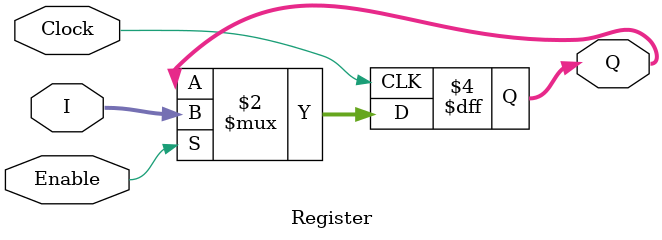
<source format=v>
module Register(I,Clock,Q,Enable);
	input [3:0]I;
	input Clock,Enable;
	output reg[3:0] Q;
	
	always @(posedge Clock) begin
		if(Enable)begin
		Q <= I;
		end
	end
	
endmodule

</source>
